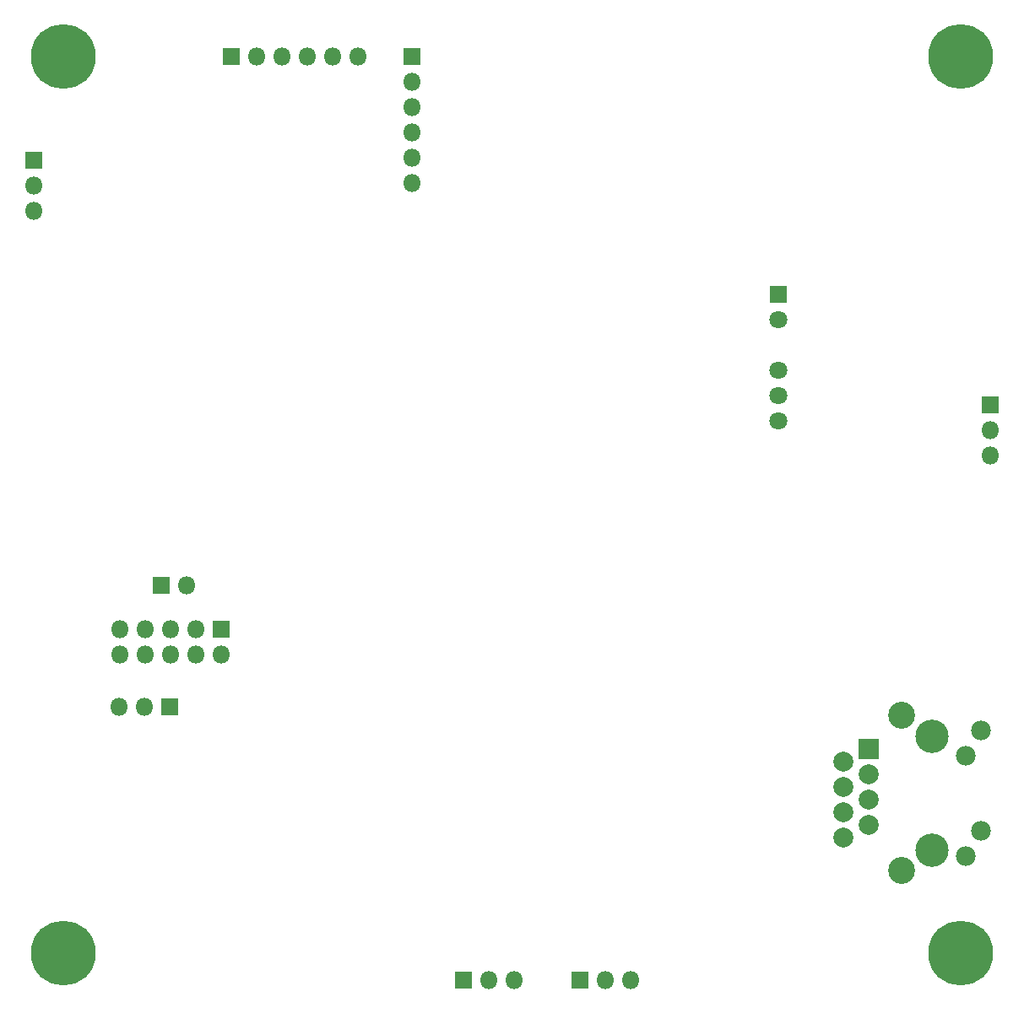
<source format=gbs>
G04 #@! TF.GenerationSoftware,KiCad,Pcbnew,(5.1.6)-1*
G04 #@! TF.CreationDate,2020-06-22T19:30:58+02:00*
G04 #@! TF.ProjectId,plc-sniffer,706c632d-736e-4696-9666-65722e6b6963,rev?*
G04 #@! TF.SameCoordinates,Original*
G04 #@! TF.FileFunction,Soldermask,Bot*
G04 #@! TF.FilePolarity,Negative*
%FSLAX46Y46*%
G04 Gerber Fmt 4.6, Leading zero omitted, Abs format (unit mm)*
G04 Created by KiCad (PCBNEW (5.1.6)-1) date 2020-06-22 19:30:58*
%MOMM*%
%LPD*%
G01*
G04 APERTURE LIST*
%ADD10O,1.800000X1.800000*%
%ADD11R,1.800000X1.800000*%
%ADD12C,1.800000*%
%ADD13C,0.900000*%
%ADD14C,6.500000*%
%ADD15C,3.350000*%
%ADD16C,2.700000*%
%ADD17C,1.990000*%
%ADD18C,2.000000*%
%ADD19R,2.000000X2.000000*%
G04 APERTURE END LIST*
D10*
G04 #@! TO.C,J601*
X134540000Y-55000000D03*
X132000000Y-55000000D03*
X129460000Y-55000000D03*
X126920000Y-55000000D03*
X124380000Y-55000000D03*
D11*
X121840000Y-55000000D03*
G04 #@! TD*
D10*
G04 #@! TO.C,J501*
X140000000Y-67700000D03*
X140000000Y-65160000D03*
X140000000Y-62620000D03*
X140000000Y-60080000D03*
X140000000Y-57540000D03*
D11*
X140000000Y-55000000D03*
G04 #@! TD*
D12*
G04 #@! TO.C,U802*
X176700000Y-91580000D03*
X176700000Y-89040000D03*
X176700000Y-86500000D03*
X176700000Y-81420000D03*
D11*
X176700000Y-78880000D03*
G04 #@! TD*
D13*
G04 #@! TO.C,REF\u002A\u002A*
X196697056Y-53302944D03*
X195000000Y-52600000D03*
X193302944Y-53302944D03*
X192600000Y-55000000D03*
X193302944Y-56697056D03*
X195000000Y-57400000D03*
X196697056Y-56697056D03*
X197400000Y-55000000D03*
D14*
X195000000Y-55000000D03*
G04 #@! TD*
D13*
G04 #@! TO.C,REF\u002A\u002A*
X106697056Y-53302944D03*
X105000000Y-52600000D03*
X103302944Y-53302944D03*
X102600000Y-55000000D03*
X103302944Y-56697056D03*
X105000000Y-57400000D03*
X106697056Y-56697056D03*
X107400000Y-55000000D03*
D14*
X105000000Y-55000000D03*
G04 #@! TD*
D13*
G04 #@! TO.C,REF\u002A\u002A*
X106697056Y-146697056D03*
X107400000Y-145000000D03*
X106697056Y-143302944D03*
X105000000Y-142600000D03*
X103302944Y-143302944D03*
X102600000Y-145000000D03*
X103302944Y-146697056D03*
X105000000Y-147400000D03*
D14*
X105000000Y-145000000D03*
G04 #@! TD*
D13*
G04 #@! TO.C,REF\u002A\u002A*
X196697056Y-143302944D03*
X195000000Y-142600000D03*
X193302944Y-143302944D03*
X192600000Y-145000000D03*
X193302944Y-146697056D03*
X195000000Y-147400000D03*
X196697056Y-146697056D03*
X197400000Y-145000000D03*
D14*
X195000000Y-145000000D03*
G04 #@! TD*
D15*
G04 #@! TO.C,J1001*
X192140000Y-134660000D03*
X192140000Y-123230000D03*
D16*
X189090000Y-136720000D03*
X189090000Y-121170000D03*
D17*
X197040000Y-122620000D03*
X195520000Y-125160000D03*
X197040000Y-132730000D03*
X195520000Y-135270000D03*
D18*
X183260000Y-133390000D03*
X185800000Y-132120000D03*
X183260000Y-130850000D03*
X185800000Y-129580000D03*
X183260000Y-128310000D03*
X185800000Y-127040000D03*
X183260000Y-125770000D03*
D19*
X185800000Y-124500000D03*
G04 #@! TD*
D10*
G04 #@! TO.C,J902*
X117340000Y-108100000D03*
D11*
X114800000Y-108100000D03*
G04 #@! TD*
D10*
G04 #@! TO.C,J703*
X110640000Y-115040000D03*
X110640000Y-112500000D03*
X113180000Y-115040000D03*
X113180000Y-112500000D03*
X115720000Y-115040000D03*
X115720000Y-112500000D03*
X118260000Y-115040000D03*
X118260000Y-112500000D03*
X120800000Y-115040000D03*
D11*
X120800000Y-112500000D03*
G04 #@! TD*
D10*
G04 #@! TO.C,J702*
X150240000Y-147700000D03*
X147700000Y-147700000D03*
D11*
X145160000Y-147700000D03*
G04 #@! TD*
D10*
G04 #@! TO.C,J701*
X161880000Y-147700000D03*
X159340000Y-147700000D03*
D11*
X156800000Y-147700000D03*
G04 #@! TD*
D10*
G04 #@! TO.C,J103*
X198000000Y-95080000D03*
X198000000Y-92540000D03*
D11*
X198000000Y-90000000D03*
G04 #@! TD*
D10*
G04 #@! TO.C,J102*
X110600000Y-120300000D03*
X113140000Y-120300000D03*
D11*
X115680000Y-120300000D03*
G04 #@! TD*
D10*
G04 #@! TO.C,J101*
X102000000Y-70500000D03*
X102000000Y-67960000D03*
D11*
X102000000Y-65420000D03*
G04 #@! TD*
M02*

</source>
